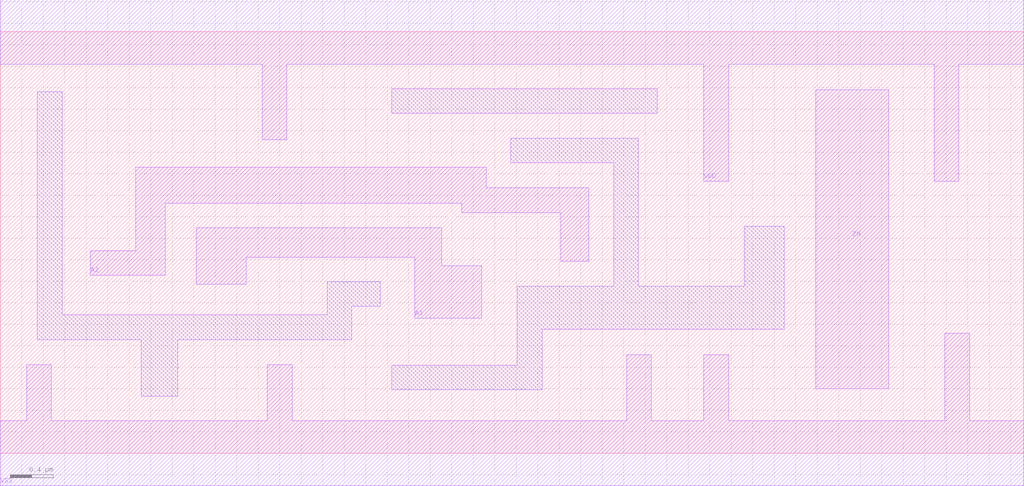
<source format=lef>
# Copyright 2022 GlobalFoundries PDK Authors
#
# Licensed under the Apache License, Version 2.0 (the "License");
# you may not use this file except in compliance with the License.
# You may obtain a copy of the License at
#
#      http://www.apache.org/licenses/LICENSE-2.0
#
# Unless required by applicable law or agreed to in writing, software
# distributed under the License is distributed on an "AS IS" BASIS,
# WITHOUT WARRANTIES OR CONDITIONS OF ANY KIND, either express or implied.
# See the License for the specific language governing permissions and
# limitations under the License.

MACRO gf180mcu_fd_sc_mcu7t5v0__xnor2_2
  CLASS core ;
  FOREIGN gf180mcu_fd_sc_mcu7t5v0__xnor2_2 0.0 0.0 ;
  ORIGIN 0 0 ;
  SYMMETRY X Y ;
  SITE GF018hv5v_mcu_sc7 ;
  SIZE 9.52 BY 3.92 ;
  PIN A1
    DIRECTION INPUT ;
    ANTENNAGATEAREA 1.6005 ;
    PORT
      LAYER Metal1 ;
        POLYGON 1.825 1.57 2.29 1.57 2.29 1.825 3.535 1.825 3.855 1.825 3.855 1.255 4.48 1.255 4.48 1.745 4.105 1.745 4.105 2.095 3.535 2.095 1.825 2.095  ;
    END
  END A1
  PIN A2
    DIRECTION INPUT ;
    ANTENNAGATEAREA 1.6005 ;
    PORT
      LAYER Metal1 ;
        POLYGON 0.835 1.655 1.535 1.655 1.535 2.325 3.535 2.325 4.29 2.325 4.29 2.235 5.215 2.235 5.215 1.785 5.475 1.785 5.475 2.47 4.52 2.47 4.52 2.66 3.535 2.66 1.26 2.66 1.26 1.885 0.835 1.885  ;
    END
  END A2
  PIN ZN
    DIRECTION OUTPUT ;
    ANTENNADIFFAREA 1.1828 ;
    PORT
      LAYER Metal1 ;
        POLYGON 7.585 0.6 8.265 0.6 8.265 3.38 7.585 3.38  ;
    END
  END ZN
  PIN VDD
    DIRECTION INOUT ;
    USE power ;
    SHAPE ABUTMENT ;
    PORT
      LAYER Metal1 ;
        POLYGON 0 3.62 2.435 3.62 2.435 2.915 2.665 2.915 2.665 3.62 3.535 3.62 6.11 3.62 6.545 3.62 6.545 2.53 6.775 2.53 6.775 3.62 7.29 3.62 8.685 3.62 8.685 2.53 8.915 2.53 8.915 3.62 9.52 3.62 9.52 4.22 7.29 4.22 6.11 4.22 3.535 4.22 0 4.22  ;
    END
  END VDD
  PIN VSS
    DIRECTION INOUT ;
    USE ground ;
    SHAPE ABUTMENT ;
    PORT
      LAYER Metal1 ;
        POLYGON 0 -0.3 9.52 -0.3 9.52 0.3 9.015 0.3 9.015 1.115 8.785 1.115 8.785 0.3 6.775 0.3 6.775 0.915 6.545 0.915 6.545 0.3 6.055 0.3 6.055 0.915 5.825 0.915 5.825 0.3 2.715 0.3 2.715 0.825 2.485 0.825 2.485 0.3 0.475 0.3 0.475 0.825 0.245 0.825 0.245 0.3 0 0.3  ;
    END
  END VSS
  OBS
      LAYER Metal1 ;
        POLYGON 0.345 1.055 1.31 1.055 1.31 0.53 1.65 0.53 1.65 1.055 3.27 1.055 3.27 1.365 3.535 1.365 3.535 1.595 3.04 1.595 3.04 1.29 0.575 1.29 0.575 3.36 0.345 3.36  ;
        POLYGON 3.64 3.16 6.11 3.16 6.11 3.39 3.64 3.39  ;
        POLYGON 4.75 2.7 5.705 2.7 5.705 1.555 4.81 1.555 4.81 0.82 3.64 0.82 3.64 0.59 5.04 0.59 5.04 1.155 7.29 1.155 7.29 2.11 6.92 2.11 6.92 1.555 5.935 1.555 5.935 2.93 4.75 2.93  ;
  END
END gf180mcu_fd_sc_mcu7t5v0__xnor2_2

</source>
